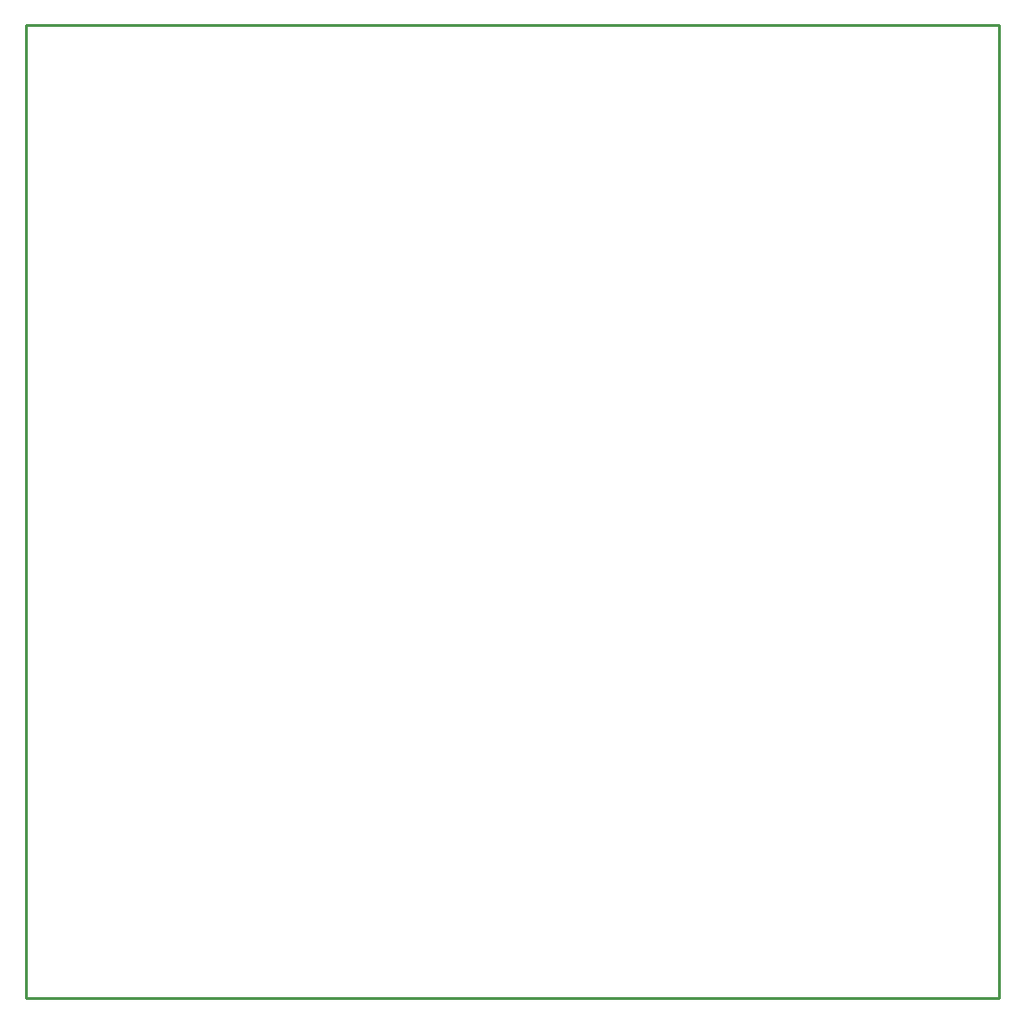
<source format=gko>
G04 Layer: BoardOutlineLayer*
G04 EasyEDA Pro v3.2.87, 2026-02-03 17:42:00*
G04 Gerber Generator version 0.3*
G04 Scale: 100 percent, Rotated: No, Reflected: No*
G04 Dimensions in millimeters*
G04 Leading zeros omitted, absolute positions, 4 integers and 5 decimals*
G04 Generated by one-click*
%FSLAX45Y45*%
%MOMM*%
%ADD10C,0.254*%
%ADD11C,0.7064*%
G75*


G04 Rect Start*
G54D10*
G01X63500Y-9194800D02*
G01X63500Y-304800D01*
G01X8953500Y-304800D01*
G01X8953500Y-9194800D01*
G01X63500Y-9194800D01*
G04 Rect End*

M02*


</source>
